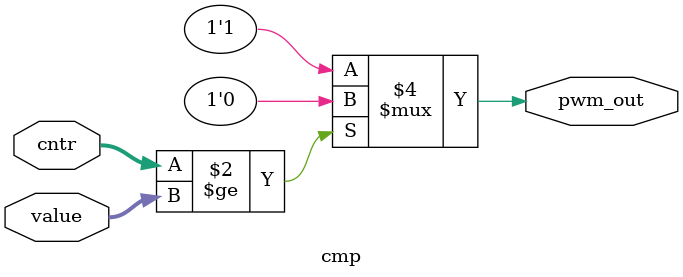
<source format=v>
module cmp
(
	input [3:0] cntr,value,
	
	output reg pwm_out
);

always@(cntr or value)
begin
	if(cntr>=value)
		pwm_out<=1'b0;
	else
		pwm_out<=1'b1;
end

endmodule

</source>
